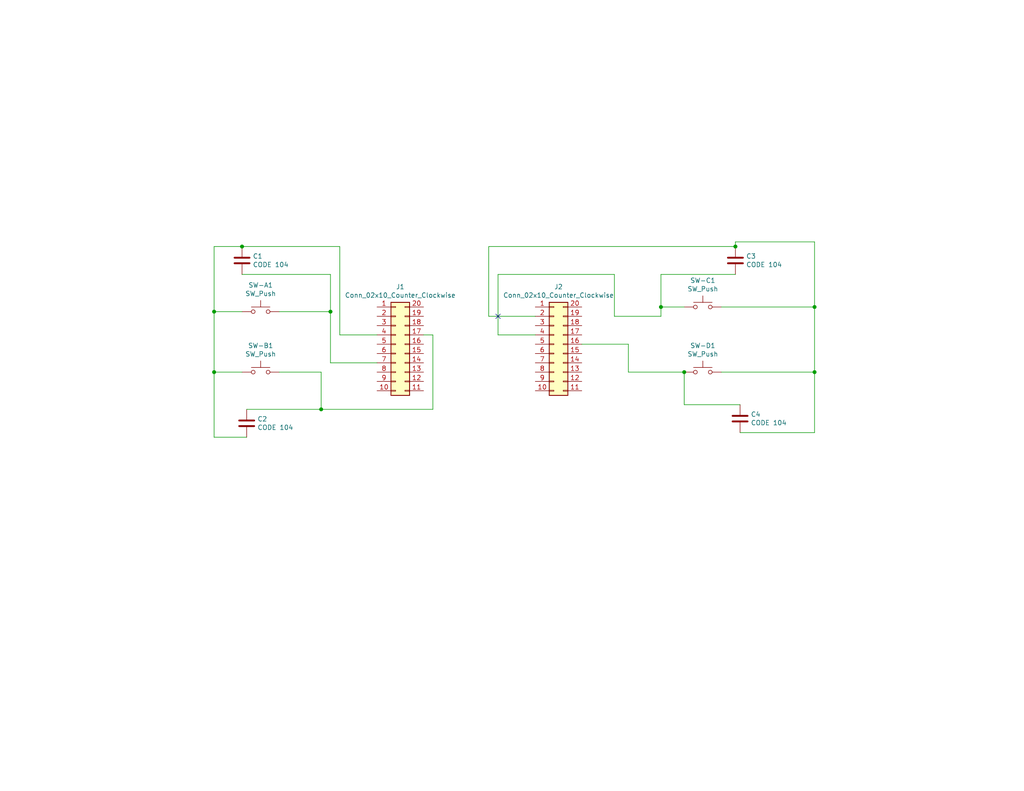
<source format=kicad_sch>
(kicad_sch (version 20211123) (generator eeschema)
  (paper "USLetter")
  (title_block (title "PETI Virtual Pet Project") (date "2020-12-17") (rev "Production") (company "Arcana Labs") (comment 1 "PETI Development Kit") (comment 2 "Control Daughterboard"))
  (lib_symbols
    (symbol "Connector_Generic:Conn_02x10_Counter_Clockwise" (pin_names (offset 1.016) hide)
      (property "Reference" "J" (at 1.27 12.7 0))
      (property "Value" "Conn_02x10_Counter_Clockwise" (at 1.27 -15.24 0))
      (symbol "Conn_02x10_Counter_Clockwise_1_1"
        (rectangle (start -1.27 -12.573) (end 0 -12.827) (stroke (width 0.1524)))
        (rectangle (start -1.27 -10.033) (end 0 -10.287) (stroke (width 0.1524)))
        (rectangle (start -1.27 -7.493) (end 0 -7.747) (stroke (width 0.1524)))
        (rectangle (start -1.27 -4.953) (end 0 -5.207) (stroke (width 0.1524)))
        (rectangle (start -1.27 -2.413) (end 0 -2.667) (stroke (width 0.1524)))
        (rectangle (start -1.27 0.127) (end 0 -0.127) (stroke (width 0.1524)))
        (rectangle (start -1.27 2.667) (end 0 2.413) (stroke (width 0.1524)))
        (rectangle (start -1.27 5.207) (end 0 4.953) (stroke (width 0.1524)))
        (rectangle (start -1.27 7.747) (end 0 7.493) (stroke (width 0.1524)))
        (rectangle (start -1.27 10.287) (end 0 10.033) (stroke (width 0.1524)))
        (rectangle (start -1.27 11.43) (end 3.81 -13.97) (stroke (width 0.254)) (fill (type background)))
        (rectangle (start 3.81 -12.573) (end 2.54 -12.827) (stroke (width 0.1524)))
        (rectangle (start 3.81 -10.033) (end 2.54 -10.287) (stroke (width 0.1524)))
        (rectangle (start 3.81 -7.493) (end 2.54 -7.747) (stroke (width 0.1524)))
        (rectangle (start 3.81 -4.953) (end 2.54 -5.207) (stroke (width 0.1524)))
        (rectangle (start 3.81 -2.413) (end 2.54 -2.667) (stroke (width 0.1524)))
        (rectangle (start 3.81 0.127) (end 2.54 -0.127) (stroke (width 0.1524)))
        (rectangle (start 3.81 2.667) (end 2.54 2.413) (stroke (width 0.1524)))
        (rectangle (start 3.81 5.207) (end 2.54 4.953) (stroke (width 0.1524)))
        (rectangle (start 3.81 7.747) (end 2.54 7.493) (stroke (width 0.1524)))
        (rectangle (start 3.81 10.287) (end 2.54 10.033) (stroke (width 0.1524)))
        (pin passive line (at -5.08 10.16 0) (length 3.81) (name "Pin_1") (number "1"))
        (pin passive line (at -5.08 -12.7 0) (length 3.81) (name "Pin_10") (number "10"))
        (pin passive line (at 7.62 -12.7 180) (length 3.81) (name "Pin_11") (number "11"))
        (pin passive line (at 7.62 -10.16 180) (length 3.81) (name "Pin_12") (number "12"))
        (pin passive line (at 7.62 -7.62 180) (length 3.81) (name "Pin_13") (number "13"))
        (pin passive line (at 7.62 -5.08 180) (length 3.81) (name "Pin_14") (number "14"))
        (pin passive line (at 7.62 -2.54 180) (length 3.81) (name "Pin_15") (number "15"))
        (pin passive line (at 7.62 0 180) (length 3.81) (name "Pin_16") (number "16"))
        (pin passive line (at 7.62 2.54 180) (length 3.81) (name "Pin_17") (number "17"))
        (pin passive line (at 7.62 5.08 180) (length 3.81) (name "Pin_18") (number "18"))
        (pin passive line (at 7.62 7.62 180) (length 3.81) (name "Pin_19") (number "19"))
        (pin passive line (at -5.08 7.62 0) (length 3.81) (name "Pin_2") (number "2"))
        (pin passive line (at 7.62 10.16 180) (length 3.81) (name "Pin_20") (number "20"))
        (pin passive line (at -5.08 5.08 0) (length 3.81) (name "Pin_3") (number "3"))
        (pin passive line (at -5.08 2.54 0) (length 3.81) (name "Pin_4") (number "4"))
        (pin passive line (at -5.08 0 0) (length 3.81) (name "Pin_5") (number "5"))
        (pin passive line (at -5.08 -2.54 0) (length 3.81) (name "Pin_6") (number "6"))
        (pin passive line (at -5.08 -5.08 0) (length 3.81) (name "Pin_7") (number "7"))
        (pin passive line (at -5.08 -7.62 0) (length 3.81) (name "Pin_8") (number "8"))
        (pin passive line (at -5.08 -10.16 0) (length 3.81) (name "Pin_9") (number "9"))
      )
    )
    (symbol "Device:C" (pin_numbers hide) (pin_names (offset 0.254))
      (property "Reference" "C" (at 0.635 2.54 0))
      (property "Value" "C" (at 0.635 -2.54 0))
      (symbol "C_0_1"
        (polyline (pts (xy -2.032 -0.762) (xy 2.032 -0.762)) (stroke (width 0.508)))
        (polyline (pts (xy -2.032 0.762) (xy 2.032 0.762)) (stroke (width 0.508)))
      )
      (symbol "C_1_1"
        (pin passive line (at 0 3.81 270) (length 2.794) (name "~") (number "1"))
        (pin passive line (at 0 -3.81 90) (length 2.794) (name "~") (number "2"))
      )
    )
    (symbol "Switch:SW_Push" (pin_numbers hide) (pin_names (offset 1.016) hide)
      (property "Reference" "SW" (at 1.27 2.54 0))
      (property "Value" "SW_Push" (at 0 -1.524 0))
      (symbol "SW_Push_0_1"
        (circle (center -2.032 0) (radius 0.508))
        (polyline (pts (xy 0 1.27) (xy 0 3.048)))
        (polyline (pts (xy 2.54 1.27) (xy -2.54 1.27)))
        (circle (center 2.032 0) (radius 0.508))
        (pin passive line (at -5.08 0 0) (length 2.54) (name "1") (number "1"))
        (pin passive line (at 5.08 0 180) (length 2.54) (name "2") (number "2"))
      )
    )
  )
  (junction (at 186.69 101.6))
  (junction (at 66.04 67.31))
  (junction (at 180.34 83.82))
  (junction (at 58.42 101.6))
  (junction (at 222.25 83.82))
  (junction (at 90.17 85.09))
  (junction (at 87.63 111.76))
  (junction (at 200.66 67.31))
  (junction (at 222.25 101.6))
  (junction (at 58.42 85.09))
  (no_connect (at 135.89 86.36))
  (wire (pts (xy 222.25 101.6) (xy 222.25 83.82)))
  (wire (pts (xy 201.93 118.11) (xy 222.25 118.11)))
  (wire (pts (xy 66.04 74.93) (xy 90.17 74.93)))
  (wire (pts (xy 196.85 101.6) (xy 222.25 101.6)))
  (wire (pts (xy 90.17 85.09) (xy 90.17 99.06)))
  (wire (pts (xy 118.11 111.76) (xy 87.63 111.76)))
  (wire (pts (xy 133.35 86.36) (xy 146.05 86.36)))
  (wire (pts (xy 58.42 101.6) (xy 58.42 119.38)))
  (wire (pts (xy 135.89 91.44) (xy 146.05 91.44)))
  (wire (pts (xy 90.17 74.93) (xy 90.17 85.09)))
  (wire (pts (xy 222.25 66.04) (xy 200.66 66.04)))
  (wire (pts (xy 66.04 67.31) (xy 92.71 67.31)))
  (wire (pts (xy 133.35 67.31) (xy 133.35 86.36)))
  (wire (pts (xy 158.75 93.98) (xy 171.45 93.98)))
  (wire (pts (xy 180.34 83.82) (xy 180.34 74.93)))
  (wire (pts (xy 92.71 91.44) (xy 102.87 91.44)))
  (wire (pts (xy 58.42 85.09) (xy 58.42 67.31)))
  (wire (pts (xy 76.2 101.6) (xy 87.63 101.6)))
  (wire (pts (xy 186.69 110.49) (xy 201.93 110.49)))
  (wire (pts (xy 171.45 101.6) (xy 186.69 101.6)))
  (wire (pts (xy 58.42 67.31) (xy 66.04 67.31)))
  (wire (pts (xy 167.64 74.93) (xy 135.89 74.93)))
  (wire (pts (xy 67.31 119.38) (xy 58.42 119.38)))
  (wire (pts (xy 67.31 111.76) (xy 87.63 111.76)))
  (wire (pts (xy 180.34 86.36) (xy 180.34 83.82)))
  (wire (pts (xy 87.63 101.6) (xy 87.63 111.76)))
  (wire (pts (xy 180.34 83.82) (xy 186.69 83.82)))
  (wire (pts (xy 76.2 85.09) (xy 90.17 85.09)))
  (wire (pts (xy 115.57 91.44) (xy 118.11 91.44)))
  (wire (pts (xy 196.85 83.82) (xy 222.25 83.82)))
  (wire (pts (xy 58.42 85.09) (xy 58.42 101.6)))
  (wire (pts (xy 222.25 118.11) (xy 222.25 101.6)))
  (wire (pts (xy 135.89 74.93) (xy 135.89 91.44)))
  (wire (pts (xy 171.45 93.98) (xy 171.45 101.6)))
  (wire (pts (xy 133.35 67.31) (xy 200.66 67.31)))
  (wire (pts (xy 66.04 85.09) (xy 58.42 85.09)))
  (wire (pts (xy 118.11 91.44) (xy 118.11 111.76)))
  (wire (pts (xy 180.34 74.93) (xy 200.66 74.93)))
  (wire (pts (xy 186.69 101.6) (xy 186.69 110.49)))
  (wire (pts (xy 222.25 66.04) (xy 222.25 83.82)))
  (wire (pts (xy 66.04 101.6) (xy 58.42 101.6)))
  (wire (pts (xy 167.64 86.36) (xy 167.64 74.93)))
  (wire (pts (xy 180.34 86.36) (xy 167.64 86.36)))
  (wire (pts (xy 200.66 66.04) (xy 200.66 67.31)))
  (wire (pts (xy 92.71 67.31) (xy 92.71 91.44)))
  (wire (pts (xy 90.17 99.06) (xy 102.87 99.06)))
  (symbol (lib_id "Connector_Generic:Conn_02x10_Counter_Clockwise") (at 107.95 93.98 0) (unit 1)
    (property "Reference" "J1" (at 109.22 78.3082 0))
    (property "Value" "Conn_02x10_Counter_Clockwise" (at 109.22 80.6196 0))
    (property "Footprint" "Connector_PinSocket_2.54mm:PinSocket_2x10_P2.54mm_Vertical" (effects hide))
  )
  (symbol (lib_id "Connector_Generic:Conn_02x10_Counter_Clockwise") (at 151.13 93.98 0) (unit 1)
    (property "Reference" "J2" (at 152.4 78.3082 0))
    (property "Value" "Conn_02x10_Counter_Clockwise" (at 152.4 80.6196 0))
    (property "Footprint" "Connector_PinSocket_2.54mm:PinSocket_2x10_P2.54mm_Vertical" (effects hide))
  )
  (symbol (lib_id "Switch:SW_Push") (at 71.12 85.09 0) (unit 1)
    (property "Reference" "SW-A1" (at 71.12 77.851 0))
    (property "Value" "SW_Push" (at 71.12 80.1624 0))
    (property "Footprint" "Button_Switch_THT:SW_PUSH_6mm" (effects hide))
  )
  (symbol (lib_id "Switch:SW_Push") (at 71.12 101.6 0) (unit 1)
    (property "Reference" "SW-B1" (at 71.12 94.361 0))
    (property "Value" "SW_Push" (at 71.12 96.6724 0))
    (property "Footprint" "Button_Switch_THT:SW_PUSH_6mm" (effects hide))
  )
  (symbol (lib_id "Switch:SW_Push") (at 191.77 83.82 0) (unit 1)
    (property "Reference" "SW-C1" (at 191.77 76.581 0))
    (property "Value" "SW_Push" (at 191.77 78.8924 0))
    (property "Footprint" "Button_Switch_THT:SW_PUSH_6mm" (effects hide))
  )
  (symbol (lib_id "Switch:SW_Push") (at 191.77 101.6 0) (unit 1)
    (property "Reference" "SW-D1" (at 191.77 94.361 0))
    (property "Value" "SW_Push" (at 191.77 96.6724 0))
    (property "Footprint" "Button_Switch_THT:SW_PUSH_6mm" (effects hide))
  )
  (symbol (lib_id "Device:C") (at 66.04 71.12 0) (unit 1)
    (property "Reference" "C1" (at 68.961 69.9516 0) (effects (justify left)))
    (property "Value" "CODE 104" (at 68.961 72.263 0) (effects (justify left)))
    (property "Footprint" "Capacitor_THT:C_Disc_D3.0mm_W2.0mm_P2.50mm" (effects hide))
  )
  (symbol (lib_id "Device:C") (at 67.31 115.57 0) (unit 1)
    (property "Reference" "C2" (at 70.231 114.4016 0) (effects (justify left)))
    (property "Value" "CODE 104" (at 70.231 116.713 0) (effects (justify left)))
    (property "Footprint" "Capacitor_THT:C_Disc_D3.0mm_W2.0mm_P2.50mm" (effects hide))
  )
  (symbol (lib_id "Device:C") (at 200.66 71.12 0) (unit 1)
    (property "Reference" "C3" (at 203.581 69.9516 0) (effects (justify left)))
    (property "Value" "CODE 104" (at 203.581 72.263 0) (effects (justify left)))
    (property "Footprint" "Capacitor_THT:C_Disc_D3.0mm_W2.0mm_P2.50mm" (effects hide))
  )
  (symbol (lib_id "Device:C") (at 201.93 114.3 0) (unit 1)
    (property "Reference" "C4" (at 204.851 113.1316 0) (effects (justify left)))
    (property "Value" "CODE 104" (at 204.851 115.443 0) (effects (justify left)))
    (property "Footprint" "Capacitor_THT:C_Disc_D3.0mm_W2.0mm_P2.50mm" (effects hide))
  )
)
</source>
